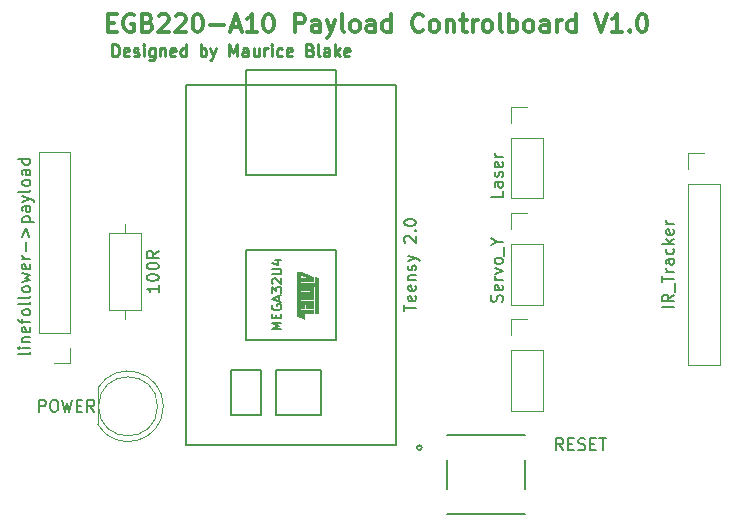
<source format=gbr>
%TF.GenerationSoftware,KiCad,Pcbnew,9.0.1*%
%TF.CreationDate,2025-04-01T19:12:10+10:00*%
%TF.ProjectId,payload_controlboard,7061796c-6f61-4645-9f63-6f6e74726f6c,rev?*%
%TF.SameCoordinates,Original*%
%TF.FileFunction,Legend,Top*%
%TF.FilePolarity,Positive*%
%FSLAX46Y46*%
G04 Gerber Fmt 4.6, Leading zero omitted, Abs format (unit mm)*
G04 Created by KiCad (PCBNEW 9.0.1) date 2025-04-01 19:12:10*
%MOMM*%
%LPD*%
G01*
G04 APERTURE LIST*
%ADD10C,0.250000*%
%ADD11C,0.300000*%
%ADD12C,0.150000*%
%ADD13C,0.120000*%
%ADD14C,0.152400*%
%ADD15C,0.100000*%
G04 APERTURE END LIST*
D10*
X112402568Y-77864619D02*
X112402568Y-76864619D01*
X112402568Y-76864619D02*
X112640663Y-76864619D01*
X112640663Y-76864619D02*
X112783520Y-76912238D01*
X112783520Y-76912238D02*
X112878758Y-77007476D01*
X112878758Y-77007476D02*
X112926377Y-77102714D01*
X112926377Y-77102714D02*
X112973996Y-77293190D01*
X112973996Y-77293190D02*
X112973996Y-77436047D01*
X112973996Y-77436047D02*
X112926377Y-77626523D01*
X112926377Y-77626523D02*
X112878758Y-77721761D01*
X112878758Y-77721761D02*
X112783520Y-77817000D01*
X112783520Y-77817000D02*
X112640663Y-77864619D01*
X112640663Y-77864619D02*
X112402568Y-77864619D01*
X113783520Y-77817000D02*
X113688282Y-77864619D01*
X113688282Y-77864619D02*
X113497806Y-77864619D01*
X113497806Y-77864619D02*
X113402568Y-77817000D01*
X113402568Y-77817000D02*
X113354949Y-77721761D01*
X113354949Y-77721761D02*
X113354949Y-77340809D01*
X113354949Y-77340809D02*
X113402568Y-77245571D01*
X113402568Y-77245571D02*
X113497806Y-77197952D01*
X113497806Y-77197952D02*
X113688282Y-77197952D01*
X113688282Y-77197952D02*
X113783520Y-77245571D01*
X113783520Y-77245571D02*
X113831139Y-77340809D01*
X113831139Y-77340809D02*
X113831139Y-77436047D01*
X113831139Y-77436047D02*
X113354949Y-77531285D01*
X114212092Y-77817000D02*
X114307330Y-77864619D01*
X114307330Y-77864619D02*
X114497806Y-77864619D01*
X114497806Y-77864619D02*
X114593044Y-77817000D01*
X114593044Y-77817000D02*
X114640663Y-77721761D01*
X114640663Y-77721761D02*
X114640663Y-77674142D01*
X114640663Y-77674142D02*
X114593044Y-77578904D01*
X114593044Y-77578904D02*
X114497806Y-77531285D01*
X114497806Y-77531285D02*
X114354949Y-77531285D01*
X114354949Y-77531285D02*
X114259711Y-77483666D01*
X114259711Y-77483666D02*
X114212092Y-77388428D01*
X114212092Y-77388428D02*
X114212092Y-77340809D01*
X114212092Y-77340809D02*
X114259711Y-77245571D01*
X114259711Y-77245571D02*
X114354949Y-77197952D01*
X114354949Y-77197952D02*
X114497806Y-77197952D01*
X114497806Y-77197952D02*
X114593044Y-77245571D01*
X115069235Y-77864619D02*
X115069235Y-77197952D01*
X115069235Y-76864619D02*
X115021616Y-76912238D01*
X115021616Y-76912238D02*
X115069235Y-76959857D01*
X115069235Y-76959857D02*
X115116854Y-76912238D01*
X115116854Y-76912238D02*
X115069235Y-76864619D01*
X115069235Y-76864619D02*
X115069235Y-76959857D01*
X115973996Y-77197952D02*
X115973996Y-78007476D01*
X115973996Y-78007476D02*
X115926377Y-78102714D01*
X115926377Y-78102714D02*
X115878758Y-78150333D01*
X115878758Y-78150333D02*
X115783520Y-78197952D01*
X115783520Y-78197952D02*
X115640663Y-78197952D01*
X115640663Y-78197952D02*
X115545425Y-78150333D01*
X115973996Y-77817000D02*
X115878758Y-77864619D01*
X115878758Y-77864619D02*
X115688282Y-77864619D01*
X115688282Y-77864619D02*
X115593044Y-77817000D01*
X115593044Y-77817000D02*
X115545425Y-77769380D01*
X115545425Y-77769380D02*
X115497806Y-77674142D01*
X115497806Y-77674142D02*
X115497806Y-77388428D01*
X115497806Y-77388428D02*
X115545425Y-77293190D01*
X115545425Y-77293190D02*
X115593044Y-77245571D01*
X115593044Y-77245571D02*
X115688282Y-77197952D01*
X115688282Y-77197952D02*
X115878758Y-77197952D01*
X115878758Y-77197952D02*
X115973996Y-77245571D01*
X116450187Y-77197952D02*
X116450187Y-77864619D01*
X116450187Y-77293190D02*
X116497806Y-77245571D01*
X116497806Y-77245571D02*
X116593044Y-77197952D01*
X116593044Y-77197952D02*
X116735901Y-77197952D01*
X116735901Y-77197952D02*
X116831139Y-77245571D01*
X116831139Y-77245571D02*
X116878758Y-77340809D01*
X116878758Y-77340809D02*
X116878758Y-77864619D01*
X117735901Y-77817000D02*
X117640663Y-77864619D01*
X117640663Y-77864619D02*
X117450187Y-77864619D01*
X117450187Y-77864619D02*
X117354949Y-77817000D01*
X117354949Y-77817000D02*
X117307330Y-77721761D01*
X117307330Y-77721761D02*
X117307330Y-77340809D01*
X117307330Y-77340809D02*
X117354949Y-77245571D01*
X117354949Y-77245571D02*
X117450187Y-77197952D01*
X117450187Y-77197952D02*
X117640663Y-77197952D01*
X117640663Y-77197952D02*
X117735901Y-77245571D01*
X117735901Y-77245571D02*
X117783520Y-77340809D01*
X117783520Y-77340809D02*
X117783520Y-77436047D01*
X117783520Y-77436047D02*
X117307330Y-77531285D01*
X118640663Y-77864619D02*
X118640663Y-76864619D01*
X118640663Y-77817000D02*
X118545425Y-77864619D01*
X118545425Y-77864619D02*
X118354949Y-77864619D01*
X118354949Y-77864619D02*
X118259711Y-77817000D01*
X118259711Y-77817000D02*
X118212092Y-77769380D01*
X118212092Y-77769380D02*
X118164473Y-77674142D01*
X118164473Y-77674142D02*
X118164473Y-77388428D01*
X118164473Y-77388428D02*
X118212092Y-77293190D01*
X118212092Y-77293190D02*
X118259711Y-77245571D01*
X118259711Y-77245571D02*
X118354949Y-77197952D01*
X118354949Y-77197952D02*
X118545425Y-77197952D01*
X118545425Y-77197952D02*
X118640663Y-77245571D01*
X119878759Y-77864619D02*
X119878759Y-76864619D01*
X119878759Y-77245571D02*
X119973997Y-77197952D01*
X119973997Y-77197952D02*
X120164473Y-77197952D01*
X120164473Y-77197952D02*
X120259711Y-77245571D01*
X120259711Y-77245571D02*
X120307330Y-77293190D01*
X120307330Y-77293190D02*
X120354949Y-77388428D01*
X120354949Y-77388428D02*
X120354949Y-77674142D01*
X120354949Y-77674142D02*
X120307330Y-77769380D01*
X120307330Y-77769380D02*
X120259711Y-77817000D01*
X120259711Y-77817000D02*
X120164473Y-77864619D01*
X120164473Y-77864619D02*
X119973997Y-77864619D01*
X119973997Y-77864619D02*
X119878759Y-77817000D01*
X120688283Y-77197952D02*
X120926378Y-77864619D01*
X121164473Y-77197952D02*
X120926378Y-77864619D01*
X120926378Y-77864619D02*
X120831140Y-78102714D01*
X120831140Y-78102714D02*
X120783521Y-78150333D01*
X120783521Y-78150333D02*
X120688283Y-78197952D01*
X122307331Y-77864619D02*
X122307331Y-76864619D01*
X122307331Y-76864619D02*
X122640664Y-77578904D01*
X122640664Y-77578904D02*
X122973997Y-76864619D01*
X122973997Y-76864619D02*
X122973997Y-77864619D01*
X123878759Y-77864619D02*
X123878759Y-77340809D01*
X123878759Y-77340809D02*
X123831140Y-77245571D01*
X123831140Y-77245571D02*
X123735902Y-77197952D01*
X123735902Y-77197952D02*
X123545426Y-77197952D01*
X123545426Y-77197952D02*
X123450188Y-77245571D01*
X123878759Y-77817000D02*
X123783521Y-77864619D01*
X123783521Y-77864619D02*
X123545426Y-77864619D01*
X123545426Y-77864619D02*
X123450188Y-77817000D01*
X123450188Y-77817000D02*
X123402569Y-77721761D01*
X123402569Y-77721761D02*
X123402569Y-77626523D01*
X123402569Y-77626523D02*
X123450188Y-77531285D01*
X123450188Y-77531285D02*
X123545426Y-77483666D01*
X123545426Y-77483666D02*
X123783521Y-77483666D01*
X123783521Y-77483666D02*
X123878759Y-77436047D01*
X124783521Y-77197952D02*
X124783521Y-77864619D01*
X124354950Y-77197952D02*
X124354950Y-77721761D01*
X124354950Y-77721761D02*
X124402569Y-77817000D01*
X124402569Y-77817000D02*
X124497807Y-77864619D01*
X124497807Y-77864619D02*
X124640664Y-77864619D01*
X124640664Y-77864619D02*
X124735902Y-77817000D01*
X124735902Y-77817000D02*
X124783521Y-77769380D01*
X125259712Y-77864619D02*
X125259712Y-77197952D01*
X125259712Y-77388428D02*
X125307331Y-77293190D01*
X125307331Y-77293190D02*
X125354950Y-77245571D01*
X125354950Y-77245571D02*
X125450188Y-77197952D01*
X125450188Y-77197952D02*
X125545426Y-77197952D01*
X125878760Y-77864619D02*
X125878760Y-77197952D01*
X125878760Y-76864619D02*
X125831141Y-76912238D01*
X125831141Y-76912238D02*
X125878760Y-76959857D01*
X125878760Y-76959857D02*
X125926379Y-76912238D01*
X125926379Y-76912238D02*
X125878760Y-76864619D01*
X125878760Y-76864619D02*
X125878760Y-76959857D01*
X126783521Y-77817000D02*
X126688283Y-77864619D01*
X126688283Y-77864619D02*
X126497807Y-77864619D01*
X126497807Y-77864619D02*
X126402569Y-77817000D01*
X126402569Y-77817000D02*
X126354950Y-77769380D01*
X126354950Y-77769380D02*
X126307331Y-77674142D01*
X126307331Y-77674142D02*
X126307331Y-77388428D01*
X126307331Y-77388428D02*
X126354950Y-77293190D01*
X126354950Y-77293190D02*
X126402569Y-77245571D01*
X126402569Y-77245571D02*
X126497807Y-77197952D01*
X126497807Y-77197952D02*
X126688283Y-77197952D01*
X126688283Y-77197952D02*
X126783521Y-77245571D01*
X127593045Y-77817000D02*
X127497807Y-77864619D01*
X127497807Y-77864619D02*
X127307331Y-77864619D01*
X127307331Y-77864619D02*
X127212093Y-77817000D01*
X127212093Y-77817000D02*
X127164474Y-77721761D01*
X127164474Y-77721761D02*
X127164474Y-77340809D01*
X127164474Y-77340809D02*
X127212093Y-77245571D01*
X127212093Y-77245571D02*
X127307331Y-77197952D01*
X127307331Y-77197952D02*
X127497807Y-77197952D01*
X127497807Y-77197952D02*
X127593045Y-77245571D01*
X127593045Y-77245571D02*
X127640664Y-77340809D01*
X127640664Y-77340809D02*
X127640664Y-77436047D01*
X127640664Y-77436047D02*
X127164474Y-77531285D01*
X129164474Y-77340809D02*
X129307331Y-77388428D01*
X129307331Y-77388428D02*
X129354950Y-77436047D01*
X129354950Y-77436047D02*
X129402569Y-77531285D01*
X129402569Y-77531285D02*
X129402569Y-77674142D01*
X129402569Y-77674142D02*
X129354950Y-77769380D01*
X129354950Y-77769380D02*
X129307331Y-77817000D01*
X129307331Y-77817000D02*
X129212093Y-77864619D01*
X129212093Y-77864619D02*
X128831141Y-77864619D01*
X128831141Y-77864619D02*
X128831141Y-76864619D01*
X128831141Y-76864619D02*
X129164474Y-76864619D01*
X129164474Y-76864619D02*
X129259712Y-76912238D01*
X129259712Y-76912238D02*
X129307331Y-76959857D01*
X129307331Y-76959857D02*
X129354950Y-77055095D01*
X129354950Y-77055095D02*
X129354950Y-77150333D01*
X129354950Y-77150333D02*
X129307331Y-77245571D01*
X129307331Y-77245571D02*
X129259712Y-77293190D01*
X129259712Y-77293190D02*
X129164474Y-77340809D01*
X129164474Y-77340809D02*
X128831141Y-77340809D01*
X129973998Y-77864619D02*
X129878760Y-77817000D01*
X129878760Y-77817000D02*
X129831141Y-77721761D01*
X129831141Y-77721761D02*
X129831141Y-76864619D01*
X130783522Y-77864619D02*
X130783522Y-77340809D01*
X130783522Y-77340809D02*
X130735903Y-77245571D01*
X130735903Y-77245571D02*
X130640665Y-77197952D01*
X130640665Y-77197952D02*
X130450189Y-77197952D01*
X130450189Y-77197952D02*
X130354951Y-77245571D01*
X130783522Y-77817000D02*
X130688284Y-77864619D01*
X130688284Y-77864619D02*
X130450189Y-77864619D01*
X130450189Y-77864619D02*
X130354951Y-77817000D01*
X130354951Y-77817000D02*
X130307332Y-77721761D01*
X130307332Y-77721761D02*
X130307332Y-77626523D01*
X130307332Y-77626523D02*
X130354951Y-77531285D01*
X130354951Y-77531285D02*
X130450189Y-77483666D01*
X130450189Y-77483666D02*
X130688284Y-77483666D01*
X130688284Y-77483666D02*
X130783522Y-77436047D01*
X131259713Y-77864619D02*
X131259713Y-76864619D01*
X131354951Y-77483666D02*
X131640665Y-77864619D01*
X131640665Y-77197952D02*
X131259713Y-77578904D01*
X132450189Y-77817000D02*
X132354951Y-77864619D01*
X132354951Y-77864619D02*
X132164475Y-77864619D01*
X132164475Y-77864619D02*
X132069237Y-77817000D01*
X132069237Y-77817000D02*
X132021618Y-77721761D01*
X132021618Y-77721761D02*
X132021618Y-77340809D01*
X132021618Y-77340809D02*
X132069237Y-77245571D01*
X132069237Y-77245571D02*
X132164475Y-77197952D01*
X132164475Y-77197952D02*
X132354951Y-77197952D01*
X132354951Y-77197952D02*
X132450189Y-77245571D01*
X132450189Y-77245571D02*
X132497808Y-77340809D01*
X132497808Y-77340809D02*
X132497808Y-77436047D01*
X132497808Y-77436047D02*
X132021618Y-77531285D01*
D11*
X112054510Y-75015114D02*
X112554510Y-75015114D01*
X112768796Y-75800828D02*
X112054510Y-75800828D01*
X112054510Y-75800828D02*
X112054510Y-74300828D01*
X112054510Y-74300828D02*
X112768796Y-74300828D01*
X114197368Y-74372257D02*
X114054511Y-74300828D01*
X114054511Y-74300828D02*
X113840225Y-74300828D01*
X113840225Y-74300828D02*
X113625939Y-74372257D01*
X113625939Y-74372257D02*
X113483082Y-74515114D01*
X113483082Y-74515114D02*
X113411653Y-74657971D01*
X113411653Y-74657971D02*
X113340225Y-74943685D01*
X113340225Y-74943685D02*
X113340225Y-75157971D01*
X113340225Y-75157971D02*
X113411653Y-75443685D01*
X113411653Y-75443685D02*
X113483082Y-75586542D01*
X113483082Y-75586542D02*
X113625939Y-75729400D01*
X113625939Y-75729400D02*
X113840225Y-75800828D01*
X113840225Y-75800828D02*
X113983082Y-75800828D01*
X113983082Y-75800828D02*
X114197368Y-75729400D01*
X114197368Y-75729400D02*
X114268796Y-75657971D01*
X114268796Y-75657971D02*
X114268796Y-75157971D01*
X114268796Y-75157971D02*
X113983082Y-75157971D01*
X115411653Y-75015114D02*
X115625939Y-75086542D01*
X115625939Y-75086542D02*
X115697368Y-75157971D01*
X115697368Y-75157971D02*
X115768796Y-75300828D01*
X115768796Y-75300828D02*
X115768796Y-75515114D01*
X115768796Y-75515114D02*
X115697368Y-75657971D01*
X115697368Y-75657971D02*
X115625939Y-75729400D01*
X115625939Y-75729400D02*
X115483082Y-75800828D01*
X115483082Y-75800828D02*
X114911653Y-75800828D01*
X114911653Y-75800828D02*
X114911653Y-74300828D01*
X114911653Y-74300828D02*
X115411653Y-74300828D01*
X115411653Y-74300828D02*
X115554511Y-74372257D01*
X115554511Y-74372257D02*
X115625939Y-74443685D01*
X115625939Y-74443685D02*
X115697368Y-74586542D01*
X115697368Y-74586542D02*
X115697368Y-74729400D01*
X115697368Y-74729400D02*
X115625939Y-74872257D01*
X115625939Y-74872257D02*
X115554511Y-74943685D01*
X115554511Y-74943685D02*
X115411653Y-75015114D01*
X115411653Y-75015114D02*
X114911653Y-75015114D01*
X116340225Y-74443685D02*
X116411653Y-74372257D01*
X116411653Y-74372257D02*
X116554511Y-74300828D01*
X116554511Y-74300828D02*
X116911653Y-74300828D01*
X116911653Y-74300828D02*
X117054511Y-74372257D01*
X117054511Y-74372257D02*
X117125939Y-74443685D01*
X117125939Y-74443685D02*
X117197368Y-74586542D01*
X117197368Y-74586542D02*
X117197368Y-74729400D01*
X117197368Y-74729400D02*
X117125939Y-74943685D01*
X117125939Y-74943685D02*
X116268796Y-75800828D01*
X116268796Y-75800828D02*
X117197368Y-75800828D01*
X117768796Y-74443685D02*
X117840224Y-74372257D01*
X117840224Y-74372257D02*
X117983082Y-74300828D01*
X117983082Y-74300828D02*
X118340224Y-74300828D01*
X118340224Y-74300828D02*
X118483082Y-74372257D01*
X118483082Y-74372257D02*
X118554510Y-74443685D01*
X118554510Y-74443685D02*
X118625939Y-74586542D01*
X118625939Y-74586542D02*
X118625939Y-74729400D01*
X118625939Y-74729400D02*
X118554510Y-74943685D01*
X118554510Y-74943685D02*
X117697367Y-75800828D01*
X117697367Y-75800828D02*
X118625939Y-75800828D01*
X119554510Y-74300828D02*
X119697367Y-74300828D01*
X119697367Y-74300828D02*
X119840224Y-74372257D01*
X119840224Y-74372257D02*
X119911653Y-74443685D01*
X119911653Y-74443685D02*
X119983081Y-74586542D01*
X119983081Y-74586542D02*
X120054510Y-74872257D01*
X120054510Y-74872257D02*
X120054510Y-75229400D01*
X120054510Y-75229400D02*
X119983081Y-75515114D01*
X119983081Y-75515114D02*
X119911653Y-75657971D01*
X119911653Y-75657971D02*
X119840224Y-75729400D01*
X119840224Y-75729400D02*
X119697367Y-75800828D01*
X119697367Y-75800828D02*
X119554510Y-75800828D01*
X119554510Y-75800828D02*
X119411653Y-75729400D01*
X119411653Y-75729400D02*
X119340224Y-75657971D01*
X119340224Y-75657971D02*
X119268795Y-75515114D01*
X119268795Y-75515114D02*
X119197367Y-75229400D01*
X119197367Y-75229400D02*
X119197367Y-74872257D01*
X119197367Y-74872257D02*
X119268795Y-74586542D01*
X119268795Y-74586542D02*
X119340224Y-74443685D01*
X119340224Y-74443685D02*
X119411653Y-74372257D01*
X119411653Y-74372257D02*
X119554510Y-74300828D01*
X120697366Y-75229400D02*
X121840224Y-75229400D01*
X122483081Y-75372257D02*
X123197367Y-75372257D01*
X122340224Y-75800828D02*
X122840224Y-74300828D01*
X122840224Y-74300828D02*
X123340224Y-75800828D01*
X124625938Y-75800828D02*
X123768795Y-75800828D01*
X124197366Y-75800828D02*
X124197366Y-74300828D01*
X124197366Y-74300828D02*
X124054509Y-74515114D01*
X124054509Y-74515114D02*
X123911652Y-74657971D01*
X123911652Y-74657971D02*
X123768795Y-74729400D01*
X125554509Y-74300828D02*
X125697366Y-74300828D01*
X125697366Y-74300828D02*
X125840223Y-74372257D01*
X125840223Y-74372257D02*
X125911652Y-74443685D01*
X125911652Y-74443685D02*
X125983080Y-74586542D01*
X125983080Y-74586542D02*
X126054509Y-74872257D01*
X126054509Y-74872257D02*
X126054509Y-75229400D01*
X126054509Y-75229400D02*
X125983080Y-75515114D01*
X125983080Y-75515114D02*
X125911652Y-75657971D01*
X125911652Y-75657971D02*
X125840223Y-75729400D01*
X125840223Y-75729400D02*
X125697366Y-75800828D01*
X125697366Y-75800828D02*
X125554509Y-75800828D01*
X125554509Y-75800828D02*
X125411652Y-75729400D01*
X125411652Y-75729400D02*
X125340223Y-75657971D01*
X125340223Y-75657971D02*
X125268794Y-75515114D01*
X125268794Y-75515114D02*
X125197366Y-75229400D01*
X125197366Y-75229400D02*
X125197366Y-74872257D01*
X125197366Y-74872257D02*
X125268794Y-74586542D01*
X125268794Y-74586542D02*
X125340223Y-74443685D01*
X125340223Y-74443685D02*
X125411652Y-74372257D01*
X125411652Y-74372257D02*
X125554509Y-74300828D01*
X127840222Y-75800828D02*
X127840222Y-74300828D01*
X127840222Y-74300828D02*
X128411651Y-74300828D01*
X128411651Y-74300828D02*
X128554508Y-74372257D01*
X128554508Y-74372257D02*
X128625937Y-74443685D01*
X128625937Y-74443685D02*
X128697365Y-74586542D01*
X128697365Y-74586542D02*
X128697365Y-74800828D01*
X128697365Y-74800828D02*
X128625937Y-74943685D01*
X128625937Y-74943685D02*
X128554508Y-75015114D01*
X128554508Y-75015114D02*
X128411651Y-75086542D01*
X128411651Y-75086542D02*
X127840222Y-75086542D01*
X129983080Y-75800828D02*
X129983080Y-75015114D01*
X129983080Y-75015114D02*
X129911651Y-74872257D01*
X129911651Y-74872257D02*
X129768794Y-74800828D01*
X129768794Y-74800828D02*
X129483080Y-74800828D01*
X129483080Y-74800828D02*
X129340222Y-74872257D01*
X129983080Y-75729400D02*
X129840222Y-75800828D01*
X129840222Y-75800828D02*
X129483080Y-75800828D01*
X129483080Y-75800828D02*
X129340222Y-75729400D01*
X129340222Y-75729400D02*
X129268794Y-75586542D01*
X129268794Y-75586542D02*
X129268794Y-75443685D01*
X129268794Y-75443685D02*
X129340222Y-75300828D01*
X129340222Y-75300828D02*
X129483080Y-75229400D01*
X129483080Y-75229400D02*
X129840222Y-75229400D01*
X129840222Y-75229400D02*
X129983080Y-75157971D01*
X130554508Y-74800828D02*
X130911651Y-75800828D01*
X131268794Y-74800828D02*
X130911651Y-75800828D01*
X130911651Y-75800828D02*
X130768794Y-76157971D01*
X130768794Y-76157971D02*
X130697365Y-76229400D01*
X130697365Y-76229400D02*
X130554508Y-76300828D01*
X132054508Y-75800828D02*
X131911651Y-75729400D01*
X131911651Y-75729400D02*
X131840222Y-75586542D01*
X131840222Y-75586542D02*
X131840222Y-74300828D01*
X132840222Y-75800828D02*
X132697365Y-75729400D01*
X132697365Y-75729400D02*
X132625936Y-75657971D01*
X132625936Y-75657971D02*
X132554508Y-75515114D01*
X132554508Y-75515114D02*
X132554508Y-75086542D01*
X132554508Y-75086542D02*
X132625936Y-74943685D01*
X132625936Y-74943685D02*
X132697365Y-74872257D01*
X132697365Y-74872257D02*
X132840222Y-74800828D01*
X132840222Y-74800828D02*
X133054508Y-74800828D01*
X133054508Y-74800828D02*
X133197365Y-74872257D01*
X133197365Y-74872257D02*
X133268794Y-74943685D01*
X133268794Y-74943685D02*
X133340222Y-75086542D01*
X133340222Y-75086542D02*
X133340222Y-75515114D01*
X133340222Y-75515114D02*
X133268794Y-75657971D01*
X133268794Y-75657971D02*
X133197365Y-75729400D01*
X133197365Y-75729400D02*
X133054508Y-75800828D01*
X133054508Y-75800828D02*
X132840222Y-75800828D01*
X134625937Y-75800828D02*
X134625937Y-75015114D01*
X134625937Y-75015114D02*
X134554508Y-74872257D01*
X134554508Y-74872257D02*
X134411651Y-74800828D01*
X134411651Y-74800828D02*
X134125937Y-74800828D01*
X134125937Y-74800828D02*
X133983079Y-74872257D01*
X134625937Y-75729400D02*
X134483079Y-75800828D01*
X134483079Y-75800828D02*
X134125937Y-75800828D01*
X134125937Y-75800828D02*
X133983079Y-75729400D01*
X133983079Y-75729400D02*
X133911651Y-75586542D01*
X133911651Y-75586542D02*
X133911651Y-75443685D01*
X133911651Y-75443685D02*
X133983079Y-75300828D01*
X133983079Y-75300828D02*
X134125937Y-75229400D01*
X134125937Y-75229400D02*
X134483079Y-75229400D01*
X134483079Y-75229400D02*
X134625937Y-75157971D01*
X135983080Y-75800828D02*
X135983080Y-74300828D01*
X135983080Y-75729400D02*
X135840222Y-75800828D01*
X135840222Y-75800828D02*
X135554508Y-75800828D01*
X135554508Y-75800828D02*
X135411651Y-75729400D01*
X135411651Y-75729400D02*
X135340222Y-75657971D01*
X135340222Y-75657971D02*
X135268794Y-75515114D01*
X135268794Y-75515114D02*
X135268794Y-75086542D01*
X135268794Y-75086542D02*
X135340222Y-74943685D01*
X135340222Y-74943685D02*
X135411651Y-74872257D01*
X135411651Y-74872257D02*
X135554508Y-74800828D01*
X135554508Y-74800828D02*
X135840222Y-74800828D01*
X135840222Y-74800828D02*
X135983080Y-74872257D01*
X138697365Y-75657971D02*
X138625937Y-75729400D01*
X138625937Y-75729400D02*
X138411651Y-75800828D01*
X138411651Y-75800828D02*
X138268794Y-75800828D01*
X138268794Y-75800828D02*
X138054508Y-75729400D01*
X138054508Y-75729400D02*
X137911651Y-75586542D01*
X137911651Y-75586542D02*
X137840222Y-75443685D01*
X137840222Y-75443685D02*
X137768794Y-75157971D01*
X137768794Y-75157971D02*
X137768794Y-74943685D01*
X137768794Y-74943685D02*
X137840222Y-74657971D01*
X137840222Y-74657971D02*
X137911651Y-74515114D01*
X137911651Y-74515114D02*
X138054508Y-74372257D01*
X138054508Y-74372257D02*
X138268794Y-74300828D01*
X138268794Y-74300828D02*
X138411651Y-74300828D01*
X138411651Y-74300828D02*
X138625937Y-74372257D01*
X138625937Y-74372257D02*
X138697365Y-74443685D01*
X139554508Y-75800828D02*
X139411651Y-75729400D01*
X139411651Y-75729400D02*
X139340222Y-75657971D01*
X139340222Y-75657971D02*
X139268794Y-75515114D01*
X139268794Y-75515114D02*
X139268794Y-75086542D01*
X139268794Y-75086542D02*
X139340222Y-74943685D01*
X139340222Y-74943685D02*
X139411651Y-74872257D01*
X139411651Y-74872257D02*
X139554508Y-74800828D01*
X139554508Y-74800828D02*
X139768794Y-74800828D01*
X139768794Y-74800828D02*
X139911651Y-74872257D01*
X139911651Y-74872257D02*
X139983080Y-74943685D01*
X139983080Y-74943685D02*
X140054508Y-75086542D01*
X140054508Y-75086542D02*
X140054508Y-75515114D01*
X140054508Y-75515114D02*
X139983080Y-75657971D01*
X139983080Y-75657971D02*
X139911651Y-75729400D01*
X139911651Y-75729400D02*
X139768794Y-75800828D01*
X139768794Y-75800828D02*
X139554508Y-75800828D01*
X140697365Y-74800828D02*
X140697365Y-75800828D01*
X140697365Y-74943685D02*
X140768794Y-74872257D01*
X140768794Y-74872257D02*
X140911651Y-74800828D01*
X140911651Y-74800828D02*
X141125937Y-74800828D01*
X141125937Y-74800828D02*
X141268794Y-74872257D01*
X141268794Y-74872257D02*
X141340223Y-75015114D01*
X141340223Y-75015114D02*
X141340223Y-75800828D01*
X141840223Y-74800828D02*
X142411651Y-74800828D01*
X142054508Y-74300828D02*
X142054508Y-75586542D01*
X142054508Y-75586542D02*
X142125937Y-75729400D01*
X142125937Y-75729400D02*
X142268794Y-75800828D01*
X142268794Y-75800828D02*
X142411651Y-75800828D01*
X142911651Y-75800828D02*
X142911651Y-74800828D01*
X142911651Y-75086542D02*
X142983080Y-74943685D01*
X142983080Y-74943685D02*
X143054509Y-74872257D01*
X143054509Y-74872257D02*
X143197366Y-74800828D01*
X143197366Y-74800828D02*
X143340223Y-74800828D01*
X144054508Y-75800828D02*
X143911651Y-75729400D01*
X143911651Y-75729400D02*
X143840222Y-75657971D01*
X143840222Y-75657971D02*
X143768794Y-75515114D01*
X143768794Y-75515114D02*
X143768794Y-75086542D01*
X143768794Y-75086542D02*
X143840222Y-74943685D01*
X143840222Y-74943685D02*
X143911651Y-74872257D01*
X143911651Y-74872257D02*
X144054508Y-74800828D01*
X144054508Y-74800828D02*
X144268794Y-74800828D01*
X144268794Y-74800828D02*
X144411651Y-74872257D01*
X144411651Y-74872257D02*
X144483080Y-74943685D01*
X144483080Y-74943685D02*
X144554508Y-75086542D01*
X144554508Y-75086542D02*
X144554508Y-75515114D01*
X144554508Y-75515114D02*
X144483080Y-75657971D01*
X144483080Y-75657971D02*
X144411651Y-75729400D01*
X144411651Y-75729400D02*
X144268794Y-75800828D01*
X144268794Y-75800828D02*
X144054508Y-75800828D01*
X145411651Y-75800828D02*
X145268794Y-75729400D01*
X145268794Y-75729400D02*
X145197365Y-75586542D01*
X145197365Y-75586542D02*
X145197365Y-74300828D01*
X145983079Y-75800828D02*
X145983079Y-74300828D01*
X145983079Y-74872257D02*
X146125937Y-74800828D01*
X146125937Y-74800828D02*
X146411651Y-74800828D01*
X146411651Y-74800828D02*
X146554508Y-74872257D01*
X146554508Y-74872257D02*
X146625937Y-74943685D01*
X146625937Y-74943685D02*
X146697365Y-75086542D01*
X146697365Y-75086542D02*
X146697365Y-75515114D01*
X146697365Y-75515114D02*
X146625937Y-75657971D01*
X146625937Y-75657971D02*
X146554508Y-75729400D01*
X146554508Y-75729400D02*
X146411651Y-75800828D01*
X146411651Y-75800828D02*
X146125937Y-75800828D01*
X146125937Y-75800828D02*
X145983079Y-75729400D01*
X147554508Y-75800828D02*
X147411651Y-75729400D01*
X147411651Y-75729400D02*
X147340222Y-75657971D01*
X147340222Y-75657971D02*
X147268794Y-75515114D01*
X147268794Y-75515114D02*
X147268794Y-75086542D01*
X147268794Y-75086542D02*
X147340222Y-74943685D01*
X147340222Y-74943685D02*
X147411651Y-74872257D01*
X147411651Y-74872257D02*
X147554508Y-74800828D01*
X147554508Y-74800828D02*
X147768794Y-74800828D01*
X147768794Y-74800828D02*
X147911651Y-74872257D01*
X147911651Y-74872257D02*
X147983080Y-74943685D01*
X147983080Y-74943685D02*
X148054508Y-75086542D01*
X148054508Y-75086542D02*
X148054508Y-75515114D01*
X148054508Y-75515114D02*
X147983080Y-75657971D01*
X147983080Y-75657971D02*
X147911651Y-75729400D01*
X147911651Y-75729400D02*
X147768794Y-75800828D01*
X147768794Y-75800828D02*
X147554508Y-75800828D01*
X149340223Y-75800828D02*
X149340223Y-75015114D01*
X149340223Y-75015114D02*
X149268794Y-74872257D01*
X149268794Y-74872257D02*
X149125937Y-74800828D01*
X149125937Y-74800828D02*
X148840223Y-74800828D01*
X148840223Y-74800828D02*
X148697365Y-74872257D01*
X149340223Y-75729400D02*
X149197365Y-75800828D01*
X149197365Y-75800828D02*
X148840223Y-75800828D01*
X148840223Y-75800828D02*
X148697365Y-75729400D01*
X148697365Y-75729400D02*
X148625937Y-75586542D01*
X148625937Y-75586542D02*
X148625937Y-75443685D01*
X148625937Y-75443685D02*
X148697365Y-75300828D01*
X148697365Y-75300828D02*
X148840223Y-75229400D01*
X148840223Y-75229400D02*
X149197365Y-75229400D01*
X149197365Y-75229400D02*
X149340223Y-75157971D01*
X150054508Y-75800828D02*
X150054508Y-74800828D01*
X150054508Y-75086542D02*
X150125937Y-74943685D01*
X150125937Y-74943685D02*
X150197366Y-74872257D01*
X150197366Y-74872257D02*
X150340223Y-74800828D01*
X150340223Y-74800828D02*
X150483080Y-74800828D01*
X151625937Y-75800828D02*
X151625937Y-74300828D01*
X151625937Y-75729400D02*
X151483079Y-75800828D01*
X151483079Y-75800828D02*
X151197365Y-75800828D01*
X151197365Y-75800828D02*
X151054508Y-75729400D01*
X151054508Y-75729400D02*
X150983079Y-75657971D01*
X150983079Y-75657971D02*
X150911651Y-75515114D01*
X150911651Y-75515114D02*
X150911651Y-75086542D01*
X150911651Y-75086542D02*
X150983079Y-74943685D01*
X150983079Y-74943685D02*
X151054508Y-74872257D01*
X151054508Y-74872257D02*
X151197365Y-74800828D01*
X151197365Y-74800828D02*
X151483079Y-74800828D01*
X151483079Y-74800828D02*
X151625937Y-74872257D01*
X153268794Y-74300828D02*
X153768794Y-75800828D01*
X153768794Y-75800828D02*
X154268794Y-74300828D01*
X155554508Y-75800828D02*
X154697365Y-75800828D01*
X155125936Y-75800828D02*
X155125936Y-74300828D01*
X155125936Y-74300828D02*
X154983079Y-74515114D01*
X154983079Y-74515114D02*
X154840222Y-74657971D01*
X154840222Y-74657971D02*
X154697365Y-74729400D01*
X156197364Y-75657971D02*
X156268793Y-75729400D01*
X156268793Y-75729400D02*
X156197364Y-75800828D01*
X156197364Y-75800828D02*
X156125936Y-75729400D01*
X156125936Y-75729400D02*
X156197364Y-75657971D01*
X156197364Y-75657971D02*
X156197364Y-75800828D01*
X157197365Y-74300828D02*
X157340222Y-74300828D01*
X157340222Y-74300828D02*
X157483079Y-74372257D01*
X157483079Y-74372257D02*
X157554508Y-74443685D01*
X157554508Y-74443685D02*
X157625936Y-74586542D01*
X157625936Y-74586542D02*
X157697365Y-74872257D01*
X157697365Y-74872257D02*
X157697365Y-75229400D01*
X157697365Y-75229400D02*
X157625936Y-75515114D01*
X157625936Y-75515114D02*
X157554508Y-75657971D01*
X157554508Y-75657971D02*
X157483079Y-75729400D01*
X157483079Y-75729400D02*
X157340222Y-75800828D01*
X157340222Y-75800828D02*
X157197365Y-75800828D01*
X157197365Y-75800828D02*
X157054508Y-75729400D01*
X157054508Y-75729400D02*
X156983079Y-75657971D01*
X156983079Y-75657971D02*
X156911650Y-75515114D01*
X156911650Y-75515114D02*
X156840222Y-75229400D01*
X156840222Y-75229400D02*
X156840222Y-74872257D01*
X156840222Y-74872257D02*
X156911650Y-74586542D01*
X156911650Y-74586542D02*
X156983079Y-74443685D01*
X156983079Y-74443685D02*
X157054508Y-74372257D01*
X157054508Y-74372257D02*
X157197365Y-74300828D01*
D12*
X105454819Y-102939048D02*
X105407200Y-103034286D01*
X105407200Y-103034286D02*
X105311961Y-103081905D01*
X105311961Y-103081905D02*
X104454819Y-103081905D01*
X105454819Y-102558095D02*
X104788152Y-102558095D01*
X104454819Y-102558095D02*
X104502438Y-102605714D01*
X104502438Y-102605714D02*
X104550057Y-102558095D01*
X104550057Y-102558095D02*
X104502438Y-102510476D01*
X104502438Y-102510476D02*
X104454819Y-102558095D01*
X104454819Y-102558095D02*
X104550057Y-102558095D01*
X104788152Y-102081905D02*
X105454819Y-102081905D01*
X104883390Y-102081905D02*
X104835771Y-102034286D01*
X104835771Y-102034286D02*
X104788152Y-101939048D01*
X104788152Y-101939048D02*
X104788152Y-101796191D01*
X104788152Y-101796191D02*
X104835771Y-101700953D01*
X104835771Y-101700953D02*
X104931009Y-101653334D01*
X104931009Y-101653334D02*
X105454819Y-101653334D01*
X105407200Y-100796191D02*
X105454819Y-100891429D01*
X105454819Y-100891429D02*
X105454819Y-101081905D01*
X105454819Y-101081905D02*
X105407200Y-101177143D01*
X105407200Y-101177143D02*
X105311961Y-101224762D01*
X105311961Y-101224762D02*
X104931009Y-101224762D01*
X104931009Y-101224762D02*
X104835771Y-101177143D01*
X104835771Y-101177143D02*
X104788152Y-101081905D01*
X104788152Y-101081905D02*
X104788152Y-100891429D01*
X104788152Y-100891429D02*
X104835771Y-100796191D01*
X104835771Y-100796191D02*
X104931009Y-100748572D01*
X104931009Y-100748572D02*
X105026247Y-100748572D01*
X105026247Y-100748572D02*
X105121485Y-101224762D01*
X104788152Y-100462857D02*
X104788152Y-100081905D01*
X105454819Y-100320000D02*
X104597676Y-100320000D01*
X104597676Y-100320000D02*
X104502438Y-100272381D01*
X104502438Y-100272381D02*
X104454819Y-100177143D01*
X104454819Y-100177143D02*
X104454819Y-100081905D01*
X105454819Y-99605714D02*
X105407200Y-99700952D01*
X105407200Y-99700952D02*
X105359580Y-99748571D01*
X105359580Y-99748571D02*
X105264342Y-99796190D01*
X105264342Y-99796190D02*
X104978628Y-99796190D01*
X104978628Y-99796190D02*
X104883390Y-99748571D01*
X104883390Y-99748571D02*
X104835771Y-99700952D01*
X104835771Y-99700952D02*
X104788152Y-99605714D01*
X104788152Y-99605714D02*
X104788152Y-99462857D01*
X104788152Y-99462857D02*
X104835771Y-99367619D01*
X104835771Y-99367619D02*
X104883390Y-99320000D01*
X104883390Y-99320000D02*
X104978628Y-99272381D01*
X104978628Y-99272381D02*
X105264342Y-99272381D01*
X105264342Y-99272381D02*
X105359580Y-99320000D01*
X105359580Y-99320000D02*
X105407200Y-99367619D01*
X105407200Y-99367619D02*
X105454819Y-99462857D01*
X105454819Y-99462857D02*
X105454819Y-99605714D01*
X105454819Y-98700952D02*
X105407200Y-98796190D01*
X105407200Y-98796190D02*
X105311961Y-98843809D01*
X105311961Y-98843809D02*
X104454819Y-98843809D01*
X105454819Y-98177142D02*
X105407200Y-98272380D01*
X105407200Y-98272380D02*
X105311961Y-98319999D01*
X105311961Y-98319999D02*
X104454819Y-98319999D01*
X105454819Y-97653332D02*
X105407200Y-97748570D01*
X105407200Y-97748570D02*
X105359580Y-97796189D01*
X105359580Y-97796189D02*
X105264342Y-97843808D01*
X105264342Y-97843808D02*
X104978628Y-97843808D01*
X104978628Y-97843808D02*
X104883390Y-97796189D01*
X104883390Y-97796189D02*
X104835771Y-97748570D01*
X104835771Y-97748570D02*
X104788152Y-97653332D01*
X104788152Y-97653332D02*
X104788152Y-97510475D01*
X104788152Y-97510475D02*
X104835771Y-97415237D01*
X104835771Y-97415237D02*
X104883390Y-97367618D01*
X104883390Y-97367618D02*
X104978628Y-97319999D01*
X104978628Y-97319999D02*
X105264342Y-97319999D01*
X105264342Y-97319999D02*
X105359580Y-97367618D01*
X105359580Y-97367618D02*
X105407200Y-97415237D01*
X105407200Y-97415237D02*
X105454819Y-97510475D01*
X105454819Y-97510475D02*
X105454819Y-97653332D01*
X104788152Y-96986665D02*
X105454819Y-96796189D01*
X105454819Y-96796189D02*
X104978628Y-96605713D01*
X104978628Y-96605713D02*
X105454819Y-96415237D01*
X105454819Y-96415237D02*
X104788152Y-96224761D01*
X105407200Y-95462856D02*
X105454819Y-95558094D01*
X105454819Y-95558094D02*
X105454819Y-95748570D01*
X105454819Y-95748570D02*
X105407200Y-95843808D01*
X105407200Y-95843808D02*
X105311961Y-95891427D01*
X105311961Y-95891427D02*
X104931009Y-95891427D01*
X104931009Y-95891427D02*
X104835771Y-95843808D01*
X104835771Y-95843808D02*
X104788152Y-95748570D01*
X104788152Y-95748570D02*
X104788152Y-95558094D01*
X104788152Y-95558094D02*
X104835771Y-95462856D01*
X104835771Y-95462856D02*
X104931009Y-95415237D01*
X104931009Y-95415237D02*
X105026247Y-95415237D01*
X105026247Y-95415237D02*
X105121485Y-95891427D01*
X105454819Y-94986665D02*
X104788152Y-94986665D01*
X104978628Y-94986665D02*
X104883390Y-94939046D01*
X104883390Y-94939046D02*
X104835771Y-94891427D01*
X104835771Y-94891427D02*
X104788152Y-94796189D01*
X104788152Y-94796189D02*
X104788152Y-94700951D01*
X105073866Y-94367617D02*
X105073866Y-93605713D01*
X104788152Y-93129522D02*
X105073866Y-92367618D01*
X105073866Y-92367618D02*
X105359580Y-93129522D01*
X104788152Y-91891427D02*
X105788152Y-91891427D01*
X104835771Y-91891427D02*
X104788152Y-91796189D01*
X104788152Y-91796189D02*
X104788152Y-91605713D01*
X104788152Y-91605713D02*
X104835771Y-91510475D01*
X104835771Y-91510475D02*
X104883390Y-91462856D01*
X104883390Y-91462856D02*
X104978628Y-91415237D01*
X104978628Y-91415237D02*
X105264342Y-91415237D01*
X105264342Y-91415237D02*
X105359580Y-91462856D01*
X105359580Y-91462856D02*
X105407200Y-91510475D01*
X105407200Y-91510475D02*
X105454819Y-91605713D01*
X105454819Y-91605713D02*
X105454819Y-91796189D01*
X105454819Y-91796189D02*
X105407200Y-91891427D01*
X105454819Y-90558094D02*
X104931009Y-90558094D01*
X104931009Y-90558094D02*
X104835771Y-90605713D01*
X104835771Y-90605713D02*
X104788152Y-90700951D01*
X104788152Y-90700951D02*
X104788152Y-90891427D01*
X104788152Y-90891427D02*
X104835771Y-90986665D01*
X105407200Y-90558094D02*
X105454819Y-90653332D01*
X105454819Y-90653332D02*
X105454819Y-90891427D01*
X105454819Y-90891427D02*
X105407200Y-90986665D01*
X105407200Y-90986665D02*
X105311961Y-91034284D01*
X105311961Y-91034284D02*
X105216723Y-91034284D01*
X105216723Y-91034284D02*
X105121485Y-90986665D01*
X105121485Y-90986665D02*
X105073866Y-90891427D01*
X105073866Y-90891427D02*
X105073866Y-90653332D01*
X105073866Y-90653332D02*
X105026247Y-90558094D01*
X104788152Y-90177141D02*
X105454819Y-89939046D01*
X104788152Y-89700951D02*
X105454819Y-89939046D01*
X105454819Y-89939046D02*
X105692914Y-90034284D01*
X105692914Y-90034284D02*
X105740533Y-90081903D01*
X105740533Y-90081903D02*
X105788152Y-90177141D01*
X105454819Y-89177141D02*
X105407200Y-89272379D01*
X105407200Y-89272379D02*
X105311961Y-89319998D01*
X105311961Y-89319998D02*
X104454819Y-89319998D01*
X105454819Y-88653331D02*
X105407200Y-88748569D01*
X105407200Y-88748569D02*
X105359580Y-88796188D01*
X105359580Y-88796188D02*
X105264342Y-88843807D01*
X105264342Y-88843807D02*
X104978628Y-88843807D01*
X104978628Y-88843807D02*
X104883390Y-88796188D01*
X104883390Y-88796188D02*
X104835771Y-88748569D01*
X104835771Y-88748569D02*
X104788152Y-88653331D01*
X104788152Y-88653331D02*
X104788152Y-88510474D01*
X104788152Y-88510474D02*
X104835771Y-88415236D01*
X104835771Y-88415236D02*
X104883390Y-88367617D01*
X104883390Y-88367617D02*
X104978628Y-88319998D01*
X104978628Y-88319998D02*
X105264342Y-88319998D01*
X105264342Y-88319998D02*
X105359580Y-88367617D01*
X105359580Y-88367617D02*
X105407200Y-88415236D01*
X105407200Y-88415236D02*
X105454819Y-88510474D01*
X105454819Y-88510474D02*
X105454819Y-88653331D01*
X105454819Y-87462855D02*
X104931009Y-87462855D01*
X104931009Y-87462855D02*
X104835771Y-87510474D01*
X104835771Y-87510474D02*
X104788152Y-87605712D01*
X104788152Y-87605712D02*
X104788152Y-87796188D01*
X104788152Y-87796188D02*
X104835771Y-87891426D01*
X105407200Y-87462855D02*
X105454819Y-87558093D01*
X105454819Y-87558093D02*
X105454819Y-87796188D01*
X105454819Y-87796188D02*
X105407200Y-87891426D01*
X105407200Y-87891426D02*
X105311961Y-87939045D01*
X105311961Y-87939045D02*
X105216723Y-87939045D01*
X105216723Y-87939045D02*
X105121485Y-87891426D01*
X105121485Y-87891426D02*
X105073866Y-87796188D01*
X105073866Y-87796188D02*
X105073866Y-87558093D01*
X105073866Y-87558093D02*
X105026247Y-87462855D01*
X105454819Y-86558093D02*
X104454819Y-86558093D01*
X105407200Y-86558093D02*
X105454819Y-86653331D01*
X105454819Y-86653331D02*
X105454819Y-86843807D01*
X105454819Y-86843807D02*
X105407200Y-86939045D01*
X105407200Y-86939045D02*
X105359580Y-86986664D01*
X105359580Y-86986664D02*
X105264342Y-87034283D01*
X105264342Y-87034283D02*
X104978628Y-87034283D01*
X104978628Y-87034283D02*
X104883390Y-86986664D01*
X104883390Y-86986664D02*
X104835771Y-86939045D01*
X104835771Y-86939045D02*
X104788152Y-86843807D01*
X104788152Y-86843807D02*
X104788152Y-86653331D01*
X104788152Y-86653331D02*
X104835771Y-86558093D01*
X106190476Y-107954819D02*
X106190476Y-106954819D01*
X106190476Y-106954819D02*
X106571428Y-106954819D01*
X106571428Y-106954819D02*
X106666666Y-107002438D01*
X106666666Y-107002438D02*
X106714285Y-107050057D01*
X106714285Y-107050057D02*
X106761904Y-107145295D01*
X106761904Y-107145295D02*
X106761904Y-107288152D01*
X106761904Y-107288152D02*
X106714285Y-107383390D01*
X106714285Y-107383390D02*
X106666666Y-107431009D01*
X106666666Y-107431009D02*
X106571428Y-107478628D01*
X106571428Y-107478628D02*
X106190476Y-107478628D01*
X107380952Y-106954819D02*
X107571428Y-106954819D01*
X107571428Y-106954819D02*
X107666666Y-107002438D01*
X107666666Y-107002438D02*
X107761904Y-107097676D01*
X107761904Y-107097676D02*
X107809523Y-107288152D01*
X107809523Y-107288152D02*
X107809523Y-107621485D01*
X107809523Y-107621485D02*
X107761904Y-107811961D01*
X107761904Y-107811961D02*
X107666666Y-107907200D01*
X107666666Y-107907200D02*
X107571428Y-107954819D01*
X107571428Y-107954819D02*
X107380952Y-107954819D01*
X107380952Y-107954819D02*
X107285714Y-107907200D01*
X107285714Y-107907200D02*
X107190476Y-107811961D01*
X107190476Y-107811961D02*
X107142857Y-107621485D01*
X107142857Y-107621485D02*
X107142857Y-107288152D01*
X107142857Y-107288152D02*
X107190476Y-107097676D01*
X107190476Y-107097676D02*
X107285714Y-107002438D01*
X107285714Y-107002438D02*
X107380952Y-106954819D01*
X108142857Y-106954819D02*
X108380952Y-107954819D01*
X108380952Y-107954819D02*
X108571428Y-107240533D01*
X108571428Y-107240533D02*
X108761904Y-107954819D01*
X108761904Y-107954819D02*
X109000000Y-106954819D01*
X109380952Y-107431009D02*
X109714285Y-107431009D01*
X109857142Y-107954819D02*
X109380952Y-107954819D01*
X109380952Y-107954819D02*
X109380952Y-106954819D01*
X109380952Y-106954819D02*
X109857142Y-106954819D01*
X110857142Y-107954819D02*
X110523809Y-107478628D01*
X110285714Y-107954819D02*
X110285714Y-106954819D01*
X110285714Y-106954819D02*
X110666666Y-106954819D01*
X110666666Y-106954819D02*
X110761904Y-107002438D01*
X110761904Y-107002438D02*
X110809523Y-107050057D01*
X110809523Y-107050057D02*
X110857142Y-107145295D01*
X110857142Y-107145295D02*
X110857142Y-107288152D01*
X110857142Y-107288152D02*
X110809523Y-107383390D01*
X110809523Y-107383390D02*
X110761904Y-107431009D01*
X110761904Y-107431009D02*
X110666666Y-107478628D01*
X110666666Y-107478628D02*
X110285714Y-107478628D01*
X150572620Y-111204820D02*
X150239287Y-110728629D01*
X150001192Y-111204820D02*
X150001192Y-110204820D01*
X150001192Y-110204820D02*
X150382144Y-110204820D01*
X150382144Y-110204820D02*
X150477382Y-110252439D01*
X150477382Y-110252439D02*
X150525001Y-110300058D01*
X150525001Y-110300058D02*
X150572620Y-110395296D01*
X150572620Y-110395296D02*
X150572620Y-110538153D01*
X150572620Y-110538153D02*
X150525001Y-110633391D01*
X150525001Y-110633391D02*
X150477382Y-110681010D01*
X150477382Y-110681010D02*
X150382144Y-110728629D01*
X150382144Y-110728629D02*
X150001192Y-110728629D01*
X151001192Y-110681010D02*
X151334525Y-110681010D01*
X151477382Y-111204820D02*
X151001192Y-111204820D01*
X151001192Y-111204820D02*
X151001192Y-110204820D01*
X151001192Y-110204820D02*
X151477382Y-110204820D01*
X151858335Y-111157201D02*
X152001192Y-111204820D01*
X152001192Y-111204820D02*
X152239287Y-111204820D01*
X152239287Y-111204820D02*
X152334525Y-111157201D01*
X152334525Y-111157201D02*
X152382144Y-111109581D01*
X152382144Y-111109581D02*
X152429763Y-111014343D01*
X152429763Y-111014343D02*
X152429763Y-110919105D01*
X152429763Y-110919105D02*
X152382144Y-110823867D01*
X152382144Y-110823867D02*
X152334525Y-110776248D01*
X152334525Y-110776248D02*
X152239287Y-110728629D01*
X152239287Y-110728629D02*
X152048811Y-110681010D01*
X152048811Y-110681010D02*
X151953573Y-110633391D01*
X151953573Y-110633391D02*
X151905954Y-110585772D01*
X151905954Y-110585772D02*
X151858335Y-110490534D01*
X151858335Y-110490534D02*
X151858335Y-110395296D01*
X151858335Y-110395296D02*
X151905954Y-110300058D01*
X151905954Y-110300058D02*
X151953573Y-110252439D01*
X151953573Y-110252439D02*
X152048811Y-110204820D01*
X152048811Y-110204820D02*
X152286906Y-110204820D01*
X152286906Y-110204820D02*
X152429763Y-110252439D01*
X152858335Y-110681010D02*
X153191668Y-110681010D01*
X153334525Y-111204820D02*
X152858335Y-111204820D01*
X152858335Y-111204820D02*
X152858335Y-110204820D01*
X152858335Y-110204820D02*
X153334525Y-110204820D01*
X153620240Y-110204820D02*
X154191668Y-110204820D01*
X153905954Y-111204820D02*
X153905954Y-110204820D01*
X145407200Y-98641666D02*
X145454819Y-98498809D01*
X145454819Y-98498809D02*
X145454819Y-98260714D01*
X145454819Y-98260714D02*
X145407200Y-98165476D01*
X145407200Y-98165476D02*
X145359580Y-98117857D01*
X145359580Y-98117857D02*
X145264342Y-98070238D01*
X145264342Y-98070238D02*
X145169104Y-98070238D01*
X145169104Y-98070238D02*
X145073866Y-98117857D01*
X145073866Y-98117857D02*
X145026247Y-98165476D01*
X145026247Y-98165476D02*
X144978628Y-98260714D01*
X144978628Y-98260714D02*
X144931009Y-98451190D01*
X144931009Y-98451190D02*
X144883390Y-98546428D01*
X144883390Y-98546428D02*
X144835771Y-98594047D01*
X144835771Y-98594047D02*
X144740533Y-98641666D01*
X144740533Y-98641666D02*
X144645295Y-98641666D01*
X144645295Y-98641666D02*
X144550057Y-98594047D01*
X144550057Y-98594047D02*
X144502438Y-98546428D01*
X144502438Y-98546428D02*
X144454819Y-98451190D01*
X144454819Y-98451190D02*
X144454819Y-98213095D01*
X144454819Y-98213095D02*
X144502438Y-98070238D01*
X145407200Y-97260714D02*
X145454819Y-97355952D01*
X145454819Y-97355952D02*
X145454819Y-97546428D01*
X145454819Y-97546428D02*
X145407200Y-97641666D01*
X145407200Y-97641666D02*
X145311961Y-97689285D01*
X145311961Y-97689285D02*
X144931009Y-97689285D01*
X144931009Y-97689285D02*
X144835771Y-97641666D01*
X144835771Y-97641666D02*
X144788152Y-97546428D01*
X144788152Y-97546428D02*
X144788152Y-97355952D01*
X144788152Y-97355952D02*
X144835771Y-97260714D01*
X144835771Y-97260714D02*
X144931009Y-97213095D01*
X144931009Y-97213095D02*
X145026247Y-97213095D01*
X145026247Y-97213095D02*
X145121485Y-97689285D01*
X145454819Y-96784523D02*
X144788152Y-96784523D01*
X144978628Y-96784523D02*
X144883390Y-96736904D01*
X144883390Y-96736904D02*
X144835771Y-96689285D01*
X144835771Y-96689285D02*
X144788152Y-96594047D01*
X144788152Y-96594047D02*
X144788152Y-96498809D01*
X144788152Y-96260713D02*
X145454819Y-96022618D01*
X145454819Y-96022618D02*
X144788152Y-95784523D01*
X145454819Y-95260713D02*
X145407200Y-95355951D01*
X145407200Y-95355951D02*
X145359580Y-95403570D01*
X145359580Y-95403570D02*
X145264342Y-95451189D01*
X145264342Y-95451189D02*
X144978628Y-95451189D01*
X144978628Y-95451189D02*
X144883390Y-95403570D01*
X144883390Y-95403570D02*
X144835771Y-95355951D01*
X144835771Y-95355951D02*
X144788152Y-95260713D01*
X144788152Y-95260713D02*
X144788152Y-95117856D01*
X144788152Y-95117856D02*
X144835771Y-95022618D01*
X144835771Y-95022618D02*
X144883390Y-94974999D01*
X144883390Y-94974999D02*
X144978628Y-94927380D01*
X144978628Y-94927380D02*
X145264342Y-94927380D01*
X145264342Y-94927380D02*
X145359580Y-94974999D01*
X145359580Y-94974999D02*
X145407200Y-95022618D01*
X145407200Y-95022618D02*
X145454819Y-95117856D01*
X145454819Y-95117856D02*
X145454819Y-95260713D01*
X145550057Y-94736904D02*
X145550057Y-93974999D01*
X144978628Y-93546427D02*
X145454819Y-93546427D01*
X144454819Y-93879760D02*
X144978628Y-93546427D01*
X144978628Y-93546427D02*
X144454819Y-93213094D01*
X137114819Y-99452380D02*
X137114819Y-98880952D01*
X138114819Y-99166666D02*
X137114819Y-99166666D01*
X138067200Y-98166666D02*
X138114819Y-98261904D01*
X138114819Y-98261904D02*
X138114819Y-98452380D01*
X138114819Y-98452380D02*
X138067200Y-98547618D01*
X138067200Y-98547618D02*
X137971961Y-98595237D01*
X137971961Y-98595237D02*
X137591009Y-98595237D01*
X137591009Y-98595237D02*
X137495771Y-98547618D01*
X137495771Y-98547618D02*
X137448152Y-98452380D01*
X137448152Y-98452380D02*
X137448152Y-98261904D01*
X137448152Y-98261904D02*
X137495771Y-98166666D01*
X137495771Y-98166666D02*
X137591009Y-98119047D01*
X137591009Y-98119047D02*
X137686247Y-98119047D01*
X137686247Y-98119047D02*
X137781485Y-98595237D01*
X138067200Y-97309523D02*
X138114819Y-97404761D01*
X138114819Y-97404761D02*
X138114819Y-97595237D01*
X138114819Y-97595237D02*
X138067200Y-97690475D01*
X138067200Y-97690475D02*
X137971961Y-97738094D01*
X137971961Y-97738094D02*
X137591009Y-97738094D01*
X137591009Y-97738094D02*
X137495771Y-97690475D01*
X137495771Y-97690475D02*
X137448152Y-97595237D01*
X137448152Y-97595237D02*
X137448152Y-97404761D01*
X137448152Y-97404761D02*
X137495771Y-97309523D01*
X137495771Y-97309523D02*
X137591009Y-97261904D01*
X137591009Y-97261904D02*
X137686247Y-97261904D01*
X137686247Y-97261904D02*
X137781485Y-97738094D01*
X137448152Y-96833332D02*
X138114819Y-96833332D01*
X137543390Y-96833332D02*
X137495771Y-96785713D01*
X137495771Y-96785713D02*
X137448152Y-96690475D01*
X137448152Y-96690475D02*
X137448152Y-96547618D01*
X137448152Y-96547618D02*
X137495771Y-96452380D01*
X137495771Y-96452380D02*
X137591009Y-96404761D01*
X137591009Y-96404761D02*
X138114819Y-96404761D01*
X138067200Y-95976189D02*
X138114819Y-95880951D01*
X138114819Y-95880951D02*
X138114819Y-95690475D01*
X138114819Y-95690475D02*
X138067200Y-95595237D01*
X138067200Y-95595237D02*
X137971961Y-95547618D01*
X137971961Y-95547618D02*
X137924342Y-95547618D01*
X137924342Y-95547618D02*
X137829104Y-95595237D01*
X137829104Y-95595237D02*
X137781485Y-95690475D01*
X137781485Y-95690475D02*
X137781485Y-95833332D01*
X137781485Y-95833332D02*
X137733866Y-95928570D01*
X137733866Y-95928570D02*
X137638628Y-95976189D01*
X137638628Y-95976189D02*
X137591009Y-95976189D01*
X137591009Y-95976189D02*
X137495771Y-95928570D01*
X137495771Y-95928570D02*
X137448152Y-95833332D01*
X137448152Y-95833332D02*
X137448152Y-95690475D01*
X137448152Y-95690475D02*
X137495771Y-95595237D01*
X137448152Y-95214284D02*
X138114819Y-94976189D01*
X137448152Y-94738094D02*
X138114819Y-94976189D01*
X138114819Y-94976189D02*
X138352914Y-95071427D01*
X138352914Y-95071427D02*
X138400533Y-95119046D01*
X138400533Y-95119046D02*
X138448152Y-95214284D01*
X137210057Y-93642855D02*
X137162438Y-93595236D01*
X137162438Y-93595236D02*
X137114819Y-93499998D01*
X137114819Y-93499998D02*
X137114819Y-93261903D01*
X137114819Y-93261903D02*
X137162438Y-93166665D01*
X137162438Y-93166665D02*
X137210057Y-93119046D01*
X137210057Y-93119046D02*
X137305295Y-93071427D01*
X137305295Y-93071427D02*
X137400533Y-93071427D01*
X137400533Y-93071427D02*
X137543390Y-93119046D01*
X137543390Y-93119046D02*
X138114819Y-93690474D01*
X138114819Y-93690474D02*
X138114819Y-93071427D01*
X138019580Y-92642855D02*
X138067200Y-92595236D01*
X138067200Y-92595236D02*
X138114819Y-92642855D01*
X138114819Y-92642855D02*
X138067200Y-92690474D01*
X138067200Y-92690474D02*
X138019580Y-92642855D01*
X138019580Y-92642855D02*
X138114819Y-92642855D01*
X137114819Y-91976189D02*
X137114819Y-91880951D01*
X137114819Y-91880951D02*
X137162438Y-91785713D01*
X137162438Y-91785713D02*
X137210057Y-91738094D01*
X137210057Y-91738094D02*
X137305295Y-91690475D01*
X137305295Y-91690475D02*
X137495771Y-91642856D01*
X137495771Y-91642856D02*
X137733866Y-91642856D01*
X137733866Y-91642856D02*
X137924342Y-91690475D01*
X137924342Y-91690475D02*
X138019580Y-91738094D01*
X138019580Y-91738094D02*
X138067200Y-91785713D01*
X138067200Y-91785713D02*
X138114819Y-91880951D01*
X138114819Y-91880951D02*
X138114819Y-91976189D01*
X138114819Y-91976189D02*
X138067200Y-92071427D01*
X138067200Y-92071427D02*
X138019580Y-92119046D01*
X138019580Y-92119046D02*
X137924342Y-92166665D01*
X137924342Y-92166665D02*
X137733866Y-92214284D01*
X137733866Y-92214284D02*
X137495771Y-92214284D01*
X137495771Y-92214284D02*
X137305295Y-92166665D01*
X137305295Y-92166665D02*
X137210057Y-92119046D01*
X137210057Y-92119046D02*
X137162438Y-92071427D01*
X137162438Y-92071427D02*
X137114819Y-91976189D01*
X126719295Y-100973333D02*
X125919295Y-100973333D01*
X125919295Y-100973333D02*
X126490723Y-100706667D01*
X126490723Y-100706667D02*
X125919295Y-100440000D01*
X125919295Y-100440000D02*
X126719295Y-100440000D01*
X126300247Y-100059047D02*
X126300247Y-99792381D01*
X126719295Y-99678095D02*
X126719295Y-100059047D01*
X126719295Y-100059047D02*
X125919295Y-100059047D01*
X125919295Y-100059047D02*
X125919295Y-99678095D01*
X125957390Y-98916190D02*
X125919295Y-98992380D01*
X125919295Y-98992380D02*
X125919295Y-99106666D01*
X125919295Y-99106666D02*
X125957390Y-99220952D01*
X125957390Y-99220952D02*
X126033580Y-99297142D01*
X126033580Y-99297142D02*
X126109771Y-99335237D01*
X126109771Y-99335237D02*
X126262152Y-99373333D01*
X126262152Y-99373333D02*
X126376438Y-99373333D01*
X126376438Y-99373333D02*
X126528819Y-99335237D01*
X126528819Y-99335237D02*
X126605009Y-99297142D01*
X126605009Y-99297142D02*
X126681200Y-99220952D01*
X126681200Y-99220952D02*
X126719295Y-99106666D01*
X126719295Y-99106666D02*
X126719295Y-99030475D01*
X126719295Y-99030475D02*
X126681200Y-98916190D01*
X126681200Y-98916190D02*
X126643104Y-98878094D01*
X126643104Y-98878094D02*
X126376438Y-98878094D01*
X126376438Y-98878094D02*
X126376438Y-99030475D01*
X126490723Y-98573333D02*
X126490723Y-98192380D01*
X126719295Y-98649523D02*
X125919295Y-98382856D01*
X125919295Y-98382856D02*
X126719295Y-98116190D01*
X125919295Y-97925714D02*
X125919295Y-97430476D01*
X125919295Y-97430476D02*
X126224057Y-97697142D01*
X126224057Y-97697142D02*
X126224057Y-97582857D01*
X126224057Y-97582857D02*
X126262152Y-97506666D01*
X126262152Y-97506666D02*
X126300247Y-97468571D01*
X126300247Y-97468571D02*
X126376438Y-97430476D01*
X126376438Y-97430476D02*
X126566914Y-97430476D01*
X126566914Y-97430476D02*
X126643104Y-97468571D01*
X126643104Y-97468571D02*
X126681200Y-97506666D01*
X126681200Y-97506666D02*
X126719295Y-97582857D01*
X126719295Y-97582857D02*
X126719295Y-97811428D01*
X126719295Y-97811428D02*
X126681200Y-97887619D01*
X126681200Y-97887619D02*
X126643104Y-97925714D01*
X125995485Y-97125714D02*
X125957390Y-97087618D01*
X125957390Y-97087618D02*
X125919295Y-97011428D01*
X125919295Y-97011428D02*
X125919295Y-96820952D01*
X125919295Y-96820952D02*
X125957390Y-96744761D01*
X125957390Y-96744761D02*
X125995485Y-96706666D01*
X125995485Y-96706666D02*
X126071676Y-96668571D01*
X126071676Y-96668571D02*
X126147866Y-96668571D01*
X126147866Y-96668571D02*
X126262152Y-96706666D01*
X126262152Y-96706666D02*
X126719295Y-97163809D01*
X126719295Y-97163809D02*
X126719295Y-96668571D01*
X125919295Y-96325713D02*
X126566914Y-96325713D01*
X126566914Y-96325713D02*
X126643104Y-96287618D01*
X126643104Y-96287618D02*
X126681200Y-96249523D01*
X126681200Y-96249523D02*
X126719295Y-96173332D01*
X126719295Y-96173332D02*
X126719295Y-96020951D01*
X126719295Y-96020951D02*
X126681200Y-95944761D01*
X126681200Y-95944761D02*
X126643104Y-95906666D01*
X126643104Y-95906666D02*
X126566914Y-95868570D01*
X126566914Y-95868570D02*
X125919295Y-95868570D01*
X126185961Y-95144761D02*
X126719295Y-95144761D01*
X125881200Y-95335237D02*
X126452628Y-95525714D01*
X126452628Y-95525714D02*
X126452628Y-95030475D01*
X159954819Y-99095238D02*
X158954819Y-99095238D01*
X159954819Y-98047620D02*
X159478628Y-98380953D01*
X159954819Y-98619048D02*
X158954819Y-98619048D01*
X158954819Y-98619048D02*
X158954819Y-98238096D01*
X158954819Y-98238096D02*
X159002438Y-98142858D01*
X159002438Y-98142858D02*
X159050057Y-98095239D01*
X159050057Y-98095239D02*
X159145295Y-98047620D01*
X159145295Y-98047620D02*
X159288152Y-98047620D01*
X159288152Y-98047620D02*
X159383390Y-98095239D01*
X159383390Y-98095239D02*
X159431009Y-98142858D01*
X159431009Y-98142858D02*
X159478628Y-98238096D01*
X159478628Y-98238096D02*
X159478628Y-98619048D01*
X160050057Y-97857144D02*
X160050057Y-97095239D01*
X158954819Y-97000000D02*
X158954819Y-96428572D01*
X159954819Y-96714286D02*
X158954819Y-96714286D01*
X159954819Y-96095238D02*
X159288152Y-96095238D01*
X159478628Y-96095238D02*
X159383390Y-96047619D01*
X159383390Y-96047619D02*
X159335771Y-96000000D01*
X159335771Y-96000000D02*
X159288152Y-95904762D01*
X159288152Y-95904762D02*
X159288152Y-95809524D01*
X159954819Y-95047619D02*
X159431009Y-95047619D01*
X159431009Y-95047619D02*
X159335771Y-95095238D01*
X159335771Y-95095238D02*
X159288152Y-95190476D01*
X159288152Y-95190476D02*
X159288152Y-95380952D01*
X159288152Y-95380952D02*
X159335771Y-95476190D01*
X159907200Y-95047619D02*
X159954819Y-95142857D01*
X159954819Y-95142857D02*
X159954819Y-95380952D01*
X159954819Y-95380952D02*
X159907200Y-95476190D01*
X159907200Y-95476190D02*
X159811961Y-95523809D01*
X159811961Y-95523809D02*
X159716723Y-95523809D01*
X159716723Y-95523809D02*
X159621485Y-95476190D01*
X159621485Y-95476190D02*
X159573866Y-95380952D01*
X159573866Y-95380952D02*
X159573866Y-95142857D01*
X159573866Y-95142857D02*
X159526247Y-95047619D01*
X159907200Y-94142857D02*
X159954819Y-94238095D01*
X159954819Y-94238095D02*
X159954819Y-94428571D01*
X159954819Y-94428571D02*
X159907200Y-94523809D01*
X159907200Y-94523809D02*
X159859580Y-94571428D01*
X159859580Y-94571428D02*
X159764342Y-94619047D01*
X159764342Y-94619047D02*
X159478628Y-94619047D01*
X159478628Y-94619047D02*
X159383390Y-94571428D01*
X159383390Y-94571428D02*
X159335771Y-94523809D01*
X159335771Y-94523809D02*
X159288152Y-94428571D01*
X159288152Y-94428571D02*
X159288152Y-94238095D01*
X159288152Y-94238095D02*
X159335771Y-94142857D01*
X159954819Y-93714285D02*
X158954819Y-93714285D01*
X159573866Y-93619047D02*
X159954819Y-93333333D01*
X159288152Y-93333333D02*
X159669104Y-93714285D01*
X159907200Y-92523809D02*
X159954819Y-92619047D01*
X159954819Y-92619047D02*
X159954819Y-92809523D01*
X159954819Y-92809523D02*
X159907200Y-92904761D01*
X159907200Y-92904761D02*
X159811961Y-92952380D01*
X159811961Y-92952380D02*
X159431009Y-92952380D01*
X159431009Y-92952380D02*
X159335771Y-92904761D01*
X159335771Y-92904761D02*
X159288152Y-92809523D01*
X159288152Y-92809523D02*
X159288152Y-92619047D01*
X159288152Y-92619047D02*
X159335771Y-92523809D01*
X159335771Y-92523809D02*
X159431009Y-92476190D01*
X159431009Y-92476190D02*
X159526247Y-92476190D01*
X159526247Y-92476190D02*
X159621485Y-92952380D01*
X159954819Y-92047618D02*
X159288152Y-92047618D01*
X159478628Y-92047618D02*
X159383390Y-91999999D01*
X159383390Y-91999999D02*
X159335771Y-91952380D01*
X159335771Y-91952380D02*
X159288152Y-91857142D01*
X159288152Y-91857142D02*
X159288152Y-91761904D01*
X145454819Y-89260714D02*
X145454819Y-89736904D01*
X145454819Y-89736904D02*
X144454819Y-89736904D01*
X145454819Y-88498809D02*
X144931009Y-88498809D01*
X144931009Y-88498809D02*
X144835771Y-88546428D01*
X144835771Y-88546428D02*
X144788152Y-88641666D01*
X144788152Y-88641666D02*
X144788152Y-88832142D01*
X144788152Y-88832142D02*
X144835771Y-88927380D01*
X145407200Y-88498809D02*
X145454819Y-88594047D01*
X145454819Y-88594047D02*
X145454819Y-88832142D01*
X145454819Y-88832142D02*
X145407200Y-88927380D01*
X145407200Y-88927380D02*
X145311961Y-88974999D01*
X145311961Y-88974999D02*
X145216723Y-88974999D01*
X145216723Y-88974999D02*
X145121485Y-88927380D01*
X145121485Y-88927380D02*
X145073866Y-88832142D01*
X145073866Y-88832142D02*
X145073866Y-88594047D01*
X145073866Y-88594047D02*
X145026247Y-88498809D01*
X145407200Y-88070237D02*
X145454819Y-87974999D01*
X145454819Y-87974999D02*
X145454819Y-87784523D01*
X145454819Y-87784523D02*
X145407200Y-87689285D01*
X145407200Y-87689285D02*
X145311961Y-87641666D01*
X145311961Y-87641666D02*
X145264342Y-87641666D01*
X145264342Y-87641666D02*
X145169104Y-87689285D01*
X145169104Y-87689285D02*
X145121485Y-87784523D01*
X145121485Y-87784523D02*
X145121485Y-87927380D01*
X145121485Y-87927380D02*
X145073866Y-88022618D01*
X145073866Y-88022618D02*
X144978628Y-88070237D01*
X144978628Y-88070237D02*
X144931009Y-88070237D01*
X144931009Y-88070237D02*
X144835771Y-88022618D01*
X144835771Y-88022618D02*
X144788152Y-87927380D01*
X144788152Y-87927380D02*
X144788152Y-87784523D01*
X144788152Y-87784523D02*
X144835771Y-87689285D01*
X145407200Y-86832142D02*
X145454819Y-86927380D01*
X145454819Y-86927380D02*
X145454819Y-87117856D01*
X145454819Y-87117856D02*
X145407200Y-87213094D01*
X145407200Y-87213094D02*
X145311961Y-87260713D01*
X145311961Y-87260713D02*
X144931009Y-87260713D01*
X144931009Y-87260713D02*
X144835771Y-87213094D01*
X144835771Y-87213094D02*
X144788152Y-87117856D01*
X144788152Y-87117856D02*
X144788152Y-86927380D01*
X144788152Y-86927380D02*
X144835771Y-86832142D01*
X144835771Y-86832142D02*
X144931009Y-86784523D01*
X144931009Y-86784523D02*
X145026247Y-86784523D01*
X145026247Y-86784523D02*
X145121485Y-87260713D01*
X145454819Y-86355951D02*
X144788152Y-86355951D01*
X144978628Y-86355951D02*
X144883390Y-86308332D01*
X144883390Y-86308332D02*
X144835771Y-86260713D01*
X144835771Y-86260713D02*
X144788152Y-86165475D01*
X144788152Y-86165475D02*
X144788152Y-86070237D01*
X116324819Y-97246666D02*
X116324819Y-97818094D01*
X116324819Y-97532380D02*
X115324819Y-97532380D01*
X115324819Y-97532380D02*
X115467676Y-97627618D01*
X115467676Y-97627618D02*
X115562914Y-97722856D01*
X115562914Y-97722856D02*
X115610533Y-97818094D01*
X115324819Y-96627618D02*
X115324819Y-96532380D01*
X115324819Y-96532380D02*
X115372438Y-96437142D01*
X115372438Y-96437142D02*
X115420057Y-96389523D01*
X115420057Y-96389523D02*
X115515295Y-96341904D01*
X115515295Y-96341904D02*
X115705771Y-96294285D01*
X115705771Y-96294285D02*
X115943866Y-96294285D01*
X115943866Y-96294285D02*
X116134342Y-96341904D01*
X116134342Y-96341904D02*
X116229580Y-96389523D01*
X116229580Y-96389523D02*
X116277200Y-96437142D01*
X116277200Y-96437142D02*
X116324819Y-96532380D01*
X116324819Y-96532380D02*
X116324819Y-96627618D01*
X116324819Y-96627618D02*
X116277200Y-96722856D01*
X116277200Y-96722856D02*
X116229580Y-96770475D01*
X116229580Y-96770475D02*
X116134342Y-96818094D01*
X116134342Y-96818094D02*
X115943866Y-96865713D01*
X115943866Y-96865713D02*
X115705771Y-96865713D01*
X115705771Y-96865713D02*
X115515295Y-96818094D01*
X115515295Y-96818094D02*
X115420057Y-96770475D01*
X115420057Y-96770475D02*
X115372438Y-96722856D01*
X115372438Y-96722856D02*
X115324819Y-96627618D01*
X115324819Y-95675237D02*
X115324819Y-95579999D01*
X115324819Y-95579999D02*
X115372438Y-95484761D01*
X115372438Y-95484761D02*
X115420057Y-95437142D01*
X115420057Y-95437142D02*
X115515295Y-95389523D01*
X115515295Y-95389523D02*
X115705771Y-95341904D01*
X115705771Y-95341904D02*
X115943866Y-95341904D01*
X115943866Y-95341904D02*
X116134342Y-95389523D01*
X116134342Y-95389523D02*
X116229580Y-95437142D01*
X116229580Y-95437142D02*
X116277200Y-95484761D01*
X116277200Y-95484761D02*
X116324819Y-95579999D01*
X116324819Y-95579999D02*
X116324819Y-95675237D01*
X116324819Y-95675237D02*
X116277200Y-95770475D01*
X116277200Y-95770475D02*
X116229580Y-95818094D01*
X116229580Y-95818094D02*
X116134342Y-95865713D01*
X116134342Y-95865713D02*
X115943866Y-95913332D01*
X115943866Y-95913332D02*
X115705771Y-95913332D01*
X115705771Y-95913332D02*
X115515295Y-95865713D01*
X115515295Y-95865713D02*
X115420057Y-95818094D01*
X115420057Y-95818094D02*
X115372438Y-95770475D01*
X115372438Y-95770475D02*
X115324819Y-95675237D01*
X116324819Y-94341904D02*
X115848628Y-94675237D01*
X116324819Y-94913332D02*
X115324819Y-94913332D01*
X115324819Y-94913332D02*
X115324819Y-94532380D01*
X115324819Y-94532380D02*
X115372438Y-94437142D01*
X115372438Y-94437142D02*
X115420057Y-94389523D01*
X115420057Y-94389523D02*
X115515295Y-94341904D01*
X115515295Y-94341904D02*
X115658152Y-94341904D01*
X115658152Y-94341904D02*
X115753390Y-94389523D01*
X115753390Y-94389523D02*
X115801009Y-94437142D01*
X115801009Y-94437142D02*
X115848628Y-94532380D01*
X115848628Y-94532380D02*
X115848628Y-94913332D01*
D13*
%TO.C,J5*%
X106170000Y-101270000D02*
X106170000Y-85970000D01*
X108830000Y-85970000D02*
X106170000Y-85970000D01*
X108830000Y-101270000D02*
X106170000Y-101270000D01*
X108830000Y-101270000D02*
X108830000Y-85970000D01*
X108830000Y-102540000D02*
X108830000Y-103870000D01*
X108830000Y-103870000D02*
X107500000Y-103870000D01*
%TO.C,POWER*%
X111170000Y-105955000D02*
X111170000Y-109045000D01*
X111170000Y-105955170D02*
G75*
G02*
X116720000Y-107499952I2560000J-1544830D01*
G01*
X116720000Y-107500048D02*
G75*
G02*
X111170000Y-109044830I-2990000J48D01*
G01*
X116230000Y-107500000D02*
G75*
G02*
X111230000Y-107500000I-2500000J0D01*
G01*
X111230000Y-107500000D02*
G75*
G02*
X116230000Y-107500000I2500000J0D01*
G01*
D14*
%TO.C,RESET*%
X140697602Y-112032764D02*
X140697602Y-114467238D01*
X140697602Y-116577401D02*
X147352402Y-116577401D01*
X147352402Y-109922601D02*
X140697602Y-109922601D01*
X147352402Y-114467238D02*
X147352402Y-112032764D01*
X138589203Y-111000000D02*
G75*
G02*
X138182803Y-111000000I-203200J0D01*
G01*
X138182803Y-111000000D02*
G75*
G02*
X138589203Y-111000000I203200J0D01*
G01*
D13*
%TO.C,J2*%
X146170000Y-91145000D02*
X147500000Y-91145000D01*
X146170000Y-92475000D02*
X146170000Y-91145000D01*
X146170000Y-93745000D02*
X146170000Y-98885000D01*
X146170000Y-93745000D02*
X148830000Y-93745000D01*
X146170000Y-98885000D02*
X148830000Y-98885000D01*
X148830000Y-93745000D02*
X148830000Y-98885000D01*
%TO.C,J1*%
X146170000Y-100145000D02*
X147500000Y-100145000D01*
X146170000Y-101475000D02*
X146170000Y-100145000D01*
X146170000Y-102745000D02*
X146170000Y-107885000D01*
X146170000Y-102745000D02*
X148830000Y-102745000D01*
X146170000Y-107885000D02*
X148830000Y-107885000D01*
X148830000Y-102745000D02*
X148830000Y-107885000D01*
D12*
%TO.C,Teensy 2.0*%
X118610000Y-80260000D02*
X136390000Y-80260000D01*
X118610000Y-110740000D02*
X118610000Y-80260000D01*
X122420000Y-104390000D02*
X122420000Y-108200000D01*
X122420000Y-108200000D02*
X124960000Y-108200000D01*
X123690000Y-78990000D02*
X131310000Y-78990000D01*
X123690000Y-87880000D02*
X123690000Y-78990000D01*
X123690000Y-94230000D02*
X123690000Y-101850000D01*
X123690000Y-101850000D02*
X131310000Y-101850000D01*
X124960000Y-104390000D02*
X122420000Y-104390000D01*
X124960000Y-108200000D02*
X124960000Y-104390000D01*
X126230000Y-104390000D02*
X126230000Y-108200000D01*
X126230000Y-108200000D02*
X130040000Y-108200000D01*
X127500000Y-104390000D02*
X126230000Y-104390000D01*
X130040000Y-104390000D02*
X127500000Y-104390000D01*
X130040000Y-108200000D02*
X130040000Y-104390000D01*
X131310000Y-78990000D02*
X131310000Y-87880000D01*
X131310000Y-87880000D02*
X123690000Y-87880000D01*
X131310000Y-94230000D02*
X123690000Y-94230000D01*
X131310000Y-101850000D02*
X131310000Y-94230000D01*
X136390000Y-80260000D02*
X136390000Y-110740000D01*
X136390000Y-110740000D02*
X118610000Y-110740000D01*
D15*
X128262000Y-99945000D02*
X128008000Y-99818000D01*
X128008000Y-96135000D01*
X128262000Y-96135000D01*
X128262000Y-99945000D01*
G36*
X128262000Y-99945000D02*
G01*
X128008000Y-99818000D01*
X128008000Y-96135000D01*
X128262000Y-96135000D01*
X128262000Y-99945000D01*
G37*
X129405000Y-99564000D02*
X128643000Y-99564000D01*
X128643000Y-100072000D01*
X128389000Y-99945000D01*
X128389000Y-99310000D01*
X129405000Y-99310000D01*
X129405000Y-99564000D01*
G36*
X129405000Y-99564000D02*
G01*
X128643000Y-99564000D01*
X128643000Y-100072000D01*
X128389000Y-99945000D01*
X128389000Y-99310000D01*
X129405000Y-99310000D01*
X129405000Y-99564000D01*
G37*
X129405000Y-96516000D02*
X129405000Y-96897000D01*
X128389000Y-96897000D01*
X128389000Y-96643000D01*
X129151000Y-96643000D01*
X128389000Y-96389000D01*
X128389000Y-96135000D01*
X129405000Y-96516000D01*
G36*
X129405000Y-96516000D02*
G01*
X129405000Y-96897000D01*
X128389000Y-96897000D01*
X128389000Y-96643000D01*
X129151000Y-96643000D01*
X128389000Y-96389000D01*
X128389000Y-96135000D01*
X129405000Y-96516000D01*
G37*
X129786000Y-96643000D02*
X129786000Y-99564000D01*
X129532000Y-99564000D01*
X129532000Y-97278000D01*
X128389000Y-97278000D01*
X128389000Y-97024000D01*
X129532000Y-97024000D01*
X129532000Y-96516000D01*
X129786000Y-96643000D01*
G36*
X129786000Y-96643000D02*
G01*
X129786000Y-99564000D01*
X129532000Y-99564000D01*
X129532000Y-97278000D01*
X128389000Y-97278000D01*
X128389000Y-97024000D01*
X129532000Y-97024000D01*
X129532000Y-96516000D01*
X129786000Y-96643000D01*
G37*
X129405000Y-98421000D02*
X128389000Y-98421000D01*
X128389000Y-98167000D01*
X129151000Y-98167000D01*
X129151000Y-98040000D01*
X128389000Y-98040000D01*
X128389000Y-97786000D01*
X129151000Y-97786000D01*
X129151000Y-97659000D01*
X128389000Y-97659000D01*
X128389000Y-97405000D01*
X129405000Y-97405000D01*
X129405000Y-98421000D01*
G36*
X129405000Y-98421000D02*
G01*
X128389000Y-98421000D01*
X128389000Y-98167000D01*
X129151000Y-98167000D01*
X129151000Y-98040000D01*
X128389000Y-98040000D01*
X128389000Y-97786000D01*
X129151000Y-97786000D01*
X129151000Y-97659000D01*
X128389000Y-97659000D01*
X128389000Y-97405000D01*
X129405000Y-97405000D01*
X129405000Y-98421000D01*
G37*
X129405000Y-99183000D02*
X129151000Y-99183000D01*
X129151000Y-98802000D01*
X129024000Y-98802000D01*
X129024000Y-99183000D01*
X128770000Y-99183000D01*
X128770000Y-98802000D01*
X128643000Y-98802000D01*
X128643000Y-99183000D01*
X128389000Y-99183000D01*
X128389000Y-98548000D01*
X129405000Y-98548000D01*
X129405000Y-99183000D01*
G36*
X129405000Y-99183000D02*
G01*
X129151000Y-99183000D01*
X129151000Y-98802000D01*
X129024000Y-98802000D01*
X129024000Y-99183000D01*
X128770000Y-99183000D01*
X128770000Y-98802000D01*
X128643000Y-98802000D01*
X128643000Y-99183000D01*
X128389000Y-99183000D01*
X128389000Y-98548000D01*
X129405000Y-98548000D01*
X129405000Y-99183000D01*
G37*
D13*
%TO.C,J3*%
X161170000Y-86090000D02*
X162500000Y-86090000D01*
X161170000Y-87420000D02*
X161170000Y-86090000D01*
X161170000Y-88690000D02*
X161170000Y-103990000D01*
X161170000Y-88690000D02*
X163830000Y-88690000D01*
X161170000Y-103990000D02*
X163830000Y-103990000D01*
X163830000Y-88690000D02*
X163830000Y-103990000D01*
%TO.C,J4*%
X146170000Y-82145000D02*
X147500000Y-82145000D01*
X146170000Y-83475000D02*
X146170000Y-82145000D01*
X146170000Y-84745000D02*
X146170000Y-89885000D01*
X146170000Y-84745000D02*
X148830000Y-84745000D01*
X146170000Y-89885000D02*
X148830000Y-89885000D01*
X148830000Y-84745000D02*
X148830000Y-89885000D01*
%TO.C,100R*%
X112130000Y-92810000D02*
X112130000Y-99350000D01*
X112130000Y-99350000D02*
X114870000Y-99350000D01*
X113500000Y-92040000D02*
X113500000Y-92810000D01*
X113500000Y-100120000D02*
X113500000Y-99350000D01*
X114870000Y-92810000D02*
X112130000Y-92810000D01*
X114870000Y-99350000D02*
X114870000Y-92810000D01*
%TD*%
M02*

</source>
